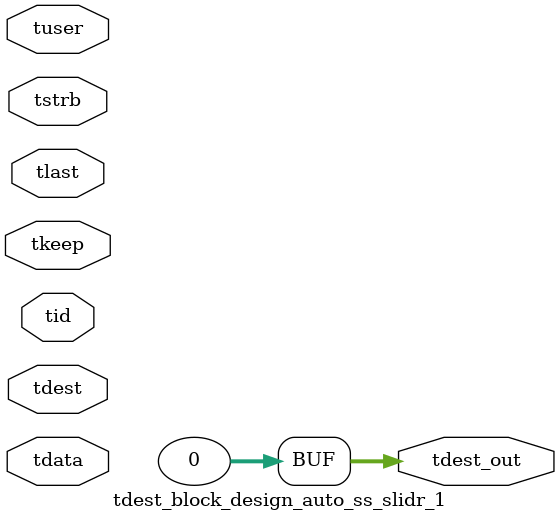
<source format=v>


`timescale 1ps/1ps

module tdest_block_design_auto_ss_slidr_1 #
(
parameter C_S_AXIS_TDATA_WIDTH = 32,
parameter C_S_AXIS_TUSER_WIDTH = 0,
parameter C_S_AXIS_TID_WIDTH   = 0,
parameter C_S_AXIS_TDEST_WIDTH = 0,
parameter C_M_AXIS_TDEST_WIDTH = 32
)
(
input  [(C_S_AXIS_TDATA_WIDTH == 0 ? 1 : C_S_AXIS_TDATA_WIDTH)-1:0     ] tdata,
input  [(C_S_AXIS_TUSER_WIDTH == 0 ? 1 : C_S_AXIS_TUSER_WIDTH)-1:0     ] tuser,
input  [(C_S_AXIS_TID_WIDTH   == 0 ? 1 : C_S_AXIS_TID_WIDTH)-1:0       ] tid,
input  [(C_S_AXIS_TDEST_WIDTH == 0 ? 1 : C_S_AXIS_TDEST_WIDTH)-1:0     ] tdest,
input  [(C_S_AXIS_TDATA_WIDTH/8)-1:0 ] tkeep,
input  [(C_S_AXIS_TDATA_WIDTH/8)-1:0 ] tstrb,
input                                                                    tlast,
output [C_M_AXIS_TDEST_WIDTH-1:0] tdest_out
);

assign tdest_out = {1'b0};

endmodule


</source>
